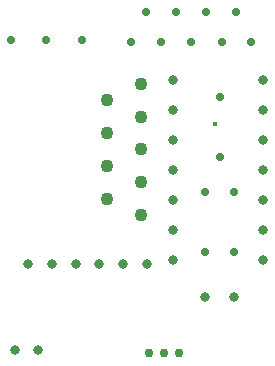
<source format=gbr>
%TF.GenerationSoftware,KiCad,Pcbnew,(6.0.9)*%
%TF.CreationDate,2023-08-06T12:59:50+02:00*%
%TF.ProjectId,Vectrex_Lightpen_2,56656374-7265-4785-9f4c-696768747065,rev?*%
%TF.SameCoordinates,Original*%
%TF.FileFunction,Plated,1,2,PTH,Drill*%
%TF.FilePolarity,Positive*%
%FSLAX46Y46*%
G04 Gerber Fmt 4.6, Leading zero omitted, Abs format (unit mm)*
G04 Created by KiCad (PCBNEW (6.0.9)) date 2023-08-06 12:59:50*
%MOMM*%
%LPD*%
G01*
G04 APERTURE LIST*
%TA.AperFunction,ViaDrill*%
%ADD10C,0.400000*%
%TD*%
%TA.AperFunction,ComponentDrill*%
%ADD11C,0.700000*%
%TD*%
%TA.AperFunction,ComponentDrill*%
%ADD12C,0.750000*%
%TD*%
%TA.AperFunction,ComponentDrill*%
%ADD13C,0.800000*%
%TD*%
%TA.AperFunction,ComponentDrill*%
%ADD14C,1.100000*%
%TD*%
G04 APERTURE END LIST*
D10*
X153850000Y-79700000D03*
D11*
%TO.C,J2*%
X136550500Y-72650000D03*
X139554500Y-72650000D03*
X142549500Y-72650000D03*
%TO.C,J3*%
X146745400Y-72820000D03*
X148015400Y-70280000D03*
X149285400Y-72820000D03*
X150555400Y-70280000D03*
X151825400Y-72820000D03*
%TO.C,R1*%
X153000000Y-85500000D03*
X153000000Y-90580000D03*
%TO.C,J3*%
X153095400Y-70280000D03*
%TO.C,R3*%
X154300000Y-77460000D03*
X154300000Y-82540000D03*
%TO.C,J3*%
X154420400Y-72820000D03*
%TO.C,R2*%
X155500000Y-85500000D03*
X155500000Y-90580000D03*
%TO.C,J3*%
X155635400Y-70280000D03*
X156905400Y-72820000D03*
D12*
%TO.C,Q1*%
X148230000Y-99110000D03*
X149500000Y-99110000D03*
X150770000Y-99110000D03*
D13*
%TO.C,C1*%
X136900000Y-98900000D03*
%TO.C,J4*%
X138050000Y-91600000D03*
%TO.C,C1*%
X138900000Y-98900000D03*
%TO.C,J4*%
X140050000Y-91600000D03*
X142050000Y-91600000D03*
X144050000Y-91600000D03*
X146050000Y-91600000D03*
X148050000Y-91600000D03*
%TO.C,U1*%
X150330000Y-76010000D03*
X150330000Y-78550000D03*
X150330000Y-81090000D03*
X150330000Y-83630000D03*
X150330000Y-86170000D03*
X150330000Y-88710000D03*
X150330000Y-91250000D03*
%TO.C,C2*%
X153000000Y-94400000D03*
X155500000Y-94400000D03*
%TO.C,U1*%
X157950000Y-76010000D03*
X157950000Y-78550000D03*
X157950000Y-81090000D03*
X157950000Y-83630000D03*
X157950000Y-86170000D03*
X157950000Y-88710000D03*
X157950000Y-91250000D03*
D14*
%TO.C,J1*%
X144734000Y-77737400D03*
X144734000Y-80507400D03*
X144734000Y-83277400D03*
X144734000Y-86047400D03*
X147574000Y-76352400D03*
X147574000Y-79122400D03*
X147574000Y-81892400D03*
X147574000Y-84662400D03*
X147574000Y-87432400D03*
M02*

</source>
